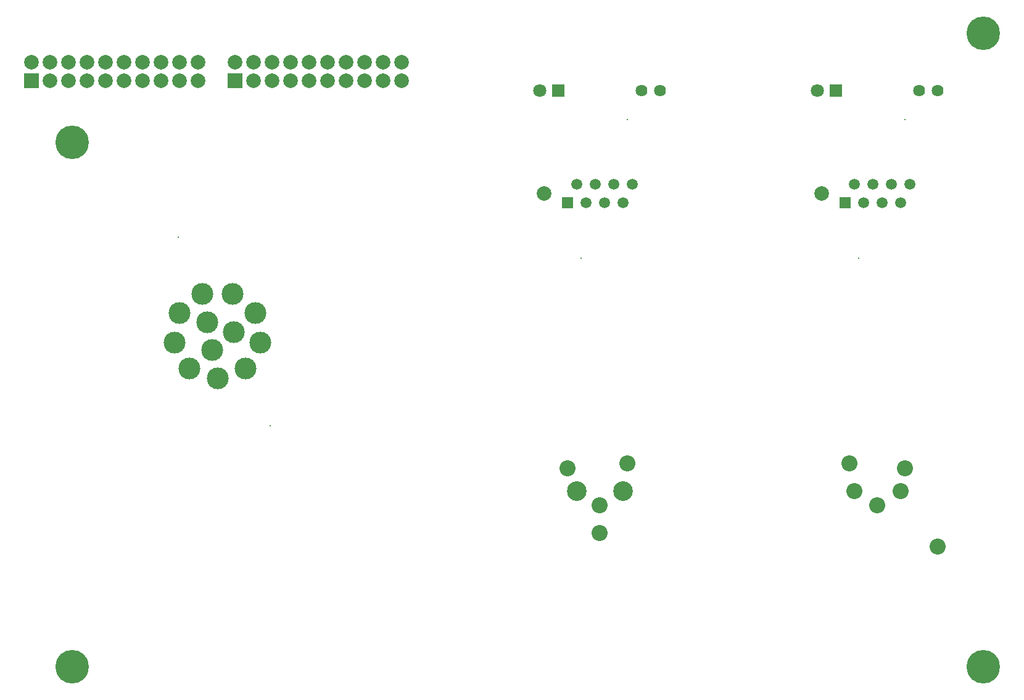
<source format=gts>
G04*
G04 #@! TF.GenerationSoftware,Altium Limited,Altium Designer,24.5.2 (23)*
G04*
G04 Layer_Color=8388736*
%FSLAX44Y44*%
%MOMM*%
G71*
G04*
G04 #@! TF.SameCoordinates,44D7EE50-CEF4-4518-91F5-DF1CE1C3C4A8*
G04*
G04*
G04 #@! TF.FilePolarity,Negative*
G04*
G01*
G75*
%ADD11C,2.2032*%
%ADD12C,2.7032*%
%ADD13R,1.5112X1.5112*%
%ADD14C,1.5112*%
%ADD15C,1.6256*%
%ADD16C,0.2032*%
%ADD17C,2.0032*%
%ADD18R,1.8032X1.8032*%
%ADD19C,1.8032*%
%ADD20C,4.6032*%
%ADD21R,2.0032X2.0032*%
%ADD22C,3.0032*%
D11*
X825300Y248550D02*
D03*
Y286650D02*
D03*
X863400Y343800D02*
D03*
X780850Y337450D02*
D03*
X1288850Y229500D02*
D03*
X1206300Y286650D02*
D03*
X1174550Y305700D02*
D03*
X1238050D02*
D03*
X1244400Y337450D02*
D03*
X1168200Y343800D02*
D03*
D12*
X857050Y305700D02*
D03*
X793550D02*
D03*
D13*
X780850Y702350D02*
D03*
X1161850D02*
D03*
D14*
X793550Y727750D02*
D03*
X806250Y702350D02*
D03*
X818950Y727750D02*
D03*
X831650Y702350D02*
D03*
X844350Y727750D02*
D03*
X857050Y702350D02*
D03*
X869750Y727750D02*
D03*
X1174550D02*
D03*
X1187250Y702350D02*
D03*
X1199950Y727750D02*
D03*
X1212650Y702350D02*
D03*
X1225350Y727750D02*
D03*
X1238050Y702350D02*
D03*
X1250750Y727750D02*
D03*
D15*
X908000Y856550D02*
D03*
X882600D02*
D03*
X1289000D02*
D03*
X1263600D02*
D03*
D16*
X863400Y816650D02*
D03*
X799900Y626150D02*
D03*
X1244400Y816650D02*
D03*
X1180900Y626150D02*
D03*
X246463Y654645D02*
D03*
X372625Y395975D02*
D03*
D17*
X749100Y715050D02*
D03*
X1130100D02*
D03*
X45456Y895245D02*
D03*
X70856Y869845D02*
D03*
Y895245D02*
D03*
X96256Y869845D02*
D03*
Y895245D02*
D03*
X121656Y869845D02*
D03*
Y895245D02*
D03*
X147056Y869845D02*
D03*
X147056Y895245D02*
D03*
X172456Y869845D02*
D03*
X172456Y895245D02*
D03*
X197856Y869845D02*
D03*
Y895245D02*
D03*
X223256Y869845D02*
D03*
Y895245D02*
D03*
X248656Y869845D02*
D03*
Y895245D02*
D03*
X274056Y869845D02*
D03*
X274056Y895245D02*
D03*
X553456D02*
D03*
X553456Y869845D02*
D03*
X528056Y895245D02*
D03*
Y869845D02*
D03*
X502656Y895245D02*
D03*
Y869845D02*
D03*
X477256Y895245D02*
D03*
Y869845D02*
D03*
X451856Y895245D02*
D03*
X451856Y869845D02*
D03*
X426456Y895245D02*
D03*
X426456Y869845D02*
D03*
X401056Y895245D02*
D03*
Y869845D02*
D03*
X375656Y895245D02*
D03*
Y869845D02*
D03*
X350256Y895245D02*
D03*
Y869845D02*
D03*
X324856Y895245D02*
D03*
D18*
X768000Y856550D02*
D03*
X1149000D02*
D03*
D19*
X742600D02*
D03*
X1123600D02*
D03*
D20*
X1351350Y935000D02*
D03*
Y65000D02*
D03*
X101350D02*
D03*
Y785000D02*
D03*
D21*
X45456Y869845D02*
D03*
X324856D02*
D03*
D22*
X292810Y499760D02*
D03*
X322650Y524810D02*
D03*
X286040Y538140D02*
D03*
X339070Y474940D02*
D03*
X359590Y510480D02*
D03*
X352460Y550900D02*
D03*
X321020Y577280D02*
D03*
X300500Y460900D02*
D03*
X261930Y474940D02*
D03*
X241410Y510480D02*
D03*
X248540Y550900D02*
D03*
X279980Y577280D02*
D03*
M02*

</source>
